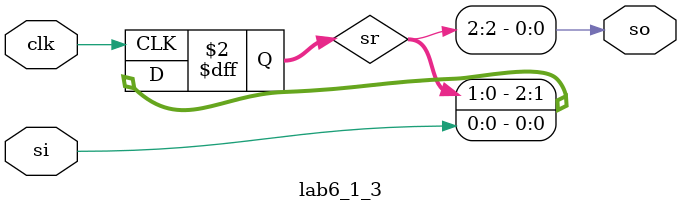
<source format=v>
`timescale 1ns / 1ps


module lab6_1_3(
    input clk,
    input si,
    output so
    );
    
    reg [2:0] sr;
    assign so = sr[2];
    
    //initial
    //    sr <= 0;
    
    always @ (posedge clk) begin
        sr <= {sr[1:0], si};
    end
endmodule

</source>
